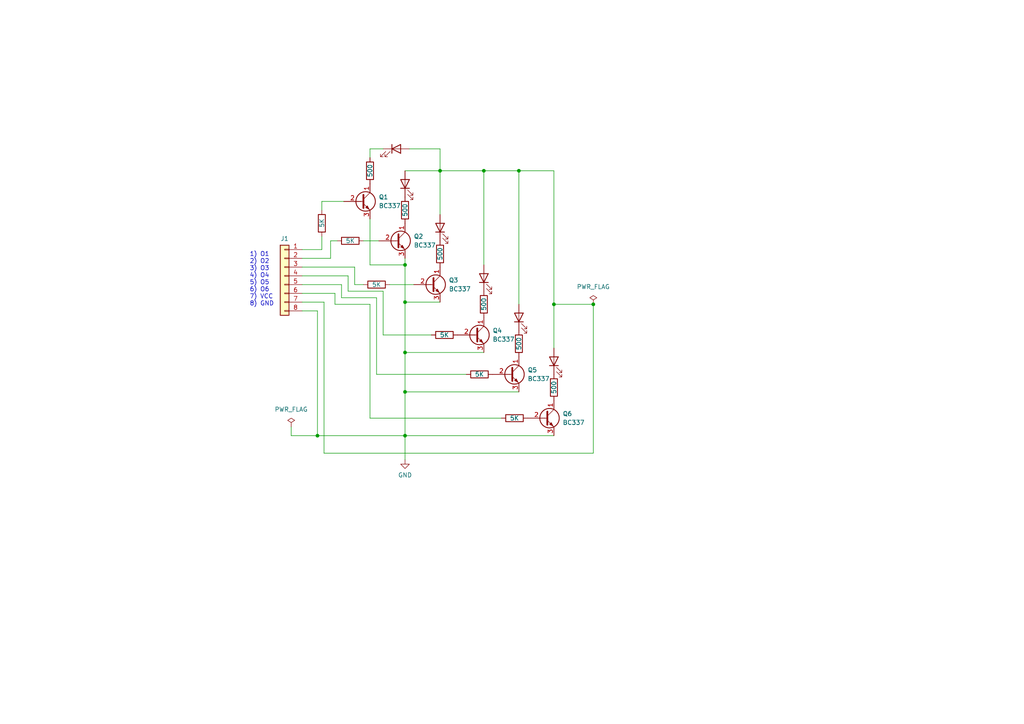
<source format=kicad_sch>
(kicad_sch (version 20211123) (generator eeschema)
  (paper "A4")
  (title_block (title "Lock key setting") (date "2023-03-27") (rev "1.0") (company "Panicosoft"))
  (lib_symbols
    (symbol "Connector_Generic:Conn_01x08" (pin_names (offset 1.016) hide)
      (property "Reference" "J" (at 0 10.16 0))
      (property "Value" "Conn_01x08" (at 0 -12.7 0))
      (symbol "Conn_01x08_1_1"
        (rectangle (start -1.27 -10.033) (end 0 -10.287) (stroke (width 0.1524)))
        (rectangle (start -1.27 -7.493) (end 0 -7.747) (stroke (width 0.1524)))
        (rectangle (start -1.27 -4.953) (end 0 -5.207) (stroke (width 0.1524)))
        (rectangle (start -1.27 -2.413) (end 0 -2.667) (stroke (width 0.1524)))
        (rectangle (start -1.27 0.127) (end 0 -0.127) (stroke (width 0.1524)))
        (rectangle (start -1.27 2.667) (end 0 2.413) (stroke (width 0.1524)))
        (rectangle (start -1.27 5.207) (end 0 4.953) (stroke (width 0.1524)))
        (rectangle (start -1.27 7.747) (end 0 7.493) (stroke (width 0.1524)))
        (rectangle (start -1.27 8.89) (end 1.27 -11.43) (stroke (width 0.254)) (fill (type background)))
        (pin passive line (at -5.08 7.62 0) (length 3.81) (name "Pin_1") (number "1"))
        (pin passive line (at -5.08 5.08 0) (length 3.81) (name "Pin_2") (number "2"))
        (pin passive line (at -5.08 2.54 0) (length 3.81) (name "Pin_3") (number "3"))
        (pin passive line (at -5.08 0 0) (length 3.81) (name "Pin_4") (number "4"))
        (pin passive line (at -5.08 -2.54 0) (length 3.81) (name "Pin_5") (number "5"))
        (pin passive line (at -5.08 -5.08 0) (length 3.81) (name "Pin_6") (number "6"))
        (pin passive line (at -5.08 -7.62 0) (length 3.81) (name "Pin_7") (number "7"))
        (pin passive line (at -5.08 -10.16 0) (length 3.81) (name "Pin_8") (number "8"))
      )
    )
    (symbol "Device:LED" (pin_numbers hide) (pin_names (offset 1.016) hide)
      (property "Reference" "D" (at 0 2.54 0))
      (property "Value" "LED" (at 0 -2.54 0))
      (symbol "LED_0_1"
        (polyline (pts (xy -1.27 -1.27) (xy -1.27 1.27)) (stroke (width 0.254)))
        (polyline (pts (xy -1.27 0) (xy 1.27 0)))
        (polyline (pts (xy 1.27 -1.27) (xy 1.27 1.27) (xy -1.27 0) (xy 1.27 -1.27)) (stroke (width 0.254)))
        (polyline (pts (xy -3.048 -0.762) (xy -4.572 -2.286) (xy -3.81 -2.286) (xy -4.572 -2.286) (xy -4.572 -1.524)))
        (polyline (pts (xy -1.778 -0.762) (xy -3.302 -2.286) (xy -2.54 -2.286) (xy -3.302 -2.286) (xy -3.302 -1.524)))
      )
      (symbol "LED_1_1"
        (pin passive line (at -3.81 0 0) (length 2.54) (name "K") (number "1"))
        (pin passive line (at 3.81 0 180) (length 2.54) (name "A") (number "2"))
      )
    )
    (symbol "Device:R" (pin_numbers hide) (pin_names (offset 0))
      (property "Reference" "R" (at 2.032 0 90))
      (property "Value" "R" (at 0 0 90))
      (symbol "R_0_1"
        (rectangle (start -1.016 -2.54) (end 1.016 2.54) (stroke (width 0.254)))
      )
      (symbol "R_1_1"
        (pin passive line (at 0 3.81 270) (length 1.27) (name "~") (number "1"))
        (pin passive line (at 0 -3.81 90) (length 1.27) (name "~") (number "2"))
      )
    )
    (symbol "Transistor_BJT:BC337" (pin_names (offset 0) hide)
      (property "Reference" "Q" (at 5.08 1.905 0))
      (property "Value" "BC337" (at 5.08 0 0))
      (symbol "BC337_0_1"
        (polyline (pts (xy 0 0) (xy 0.635 0)))
        (polyline (pts (xy 0.635 0.635) (xy 2.54 2.54)))
        (polyline (pts (xy 0.635 -0.635) (xy 2.54 -2.54) (xy 2.54 -2.54)))
        (polyline (pts (xy 0.635 1.905) (xy 0.635 -1.905) (xy 0.635 -1.905)) (stroke (width 0.508)))
        (polyline (pts (xy 1.27 -1.778) (xy 1.778 -1.27) (xy 2.286 -2.286) (xy 1.27 -1.778) (xy 1.27 -1.778)) (fill (type outline)))
        (circle (center 1.27 0) (radius 2.8194) (stroke (width 0.254)))
      )
      (symbol "BC337_1_1"
        (pin passive line (at 2.54 5.08 270) (length 2.54) (name "C") (number "1"))
        (pin input line (at -5.08 0 0) (length 5.08) (name "B") (number "2"))
        (pin passive line (at 2.54 -5.08 90) (length 2.54) (name "E") (number "3"))
      )
    )
    (symbol "power:GND" (power) (pin_names (offset 0))
      (property "Value" "GND" (at 0 -3.81 0))
      (symbol "GND_0_1"
        (polyline (pts (xy 0 0) (xy 0 -1.27) (xy 1.27 -1.27) (xy 0 -2.54) (xy -1.27 -1.27) (xy 0 -1.27)))
      )
      (symbol "GND_1_1"
        (pin power_in line (at 0 0 270) (length 0) hide (name "GND") (number "1"))
      )
    )
    (symbol "power:PWR_FLAG" (power) (pin_numbers hide) (pin_names (offset 0) hide)
      (property "Value" "PWR_FLAG" (at 0 3.81 0))
      (symbol "PWR_FLAG_0_0"
        (pin power_out line (at 0 0 90) (length 0) (name "pwr") (number "1"))
      )
      (symbol "PWR_FLAG_0_1"
        (polyline (pts (xy 0 0) (xy 0 1.27) (xy -1.016 1.905) (xy 0 2.54) (xy 1.016 1.905) (xy 0 1.27)))
      )
    )
  )
  (junction (at 117.475 113.665))
  (junction (at 150.495 49.53))
  (junction (at 172.085 88.265))
  (junction (at 117.475 102.235))
  (junction (at 140.335 49.53))
  (junction (at 160.655 88.265))
  (junction (at 117.475 126.365))
  (junction (at 117.475 76.835))
  (junction (at 92.075 126.365))
  (junction (at 117.475 87.63))
  (junction (at 127.635 49.53))
  (wire (pts (xy 84.455 126.365) (xy 84.455 123.825)))
  (wire (pts (xy 93.98 131.445) (xy 93.98 87.63)))
  (wire (pts (xy 93.345 68.58) (xy 93.345 72.39)))
  (wire (pts (xy 117.475 126.365) (xy 92.075 126.365)))
  (wire (pts (xy 117.475 102.235) (xy 140.335 102.235)))
  (wire (pts (xy 160.655 88.265) (xy 172.085 88.265)))
  (wire (pts (xy 117.475 113.665) (xy 117.475 126.365)))
  (wire (pts (xy 102.87 82.55) (xy 102.87 77.47)))
  (wire (pts (xy 118.745 43.18) (xy 127.635 43.18)))
  (wire (pts (xy 99.06 86.36) (xy 99.06 82.55)))
  (wire (pts (xy 125.095 97.155) (xy 111.125 97.155)))
  (wire (pts (xy 92.075 90.17) (xy 87.63 90.17)))
  (wire (pts (xy 100.965 84.455) (xy 100.965 80.01)))
  (wire (pts (xy 117.475 87.63) (xy 127.635 87.63)))
  (wire (pts (xy 127.635 43.18) (xy 127.635 49.53)))
  (wire (pts (xy 93.345 72.39) (xy 87.63 72.39)))
  (wire (pts (xy 140.335 49.53) (xy 150.495 49.53)))
  (wire (pts (xy 107.315 121.285) (xy 107.315 88.265)))
  (wire (pts (xy 111.125 97.155) (xy 111.125 84.455)))
  (wire (pts (xy 95.885 69.85) (xy 95.885 74.93)))
  (wire (pts (xy 100.965 80.01) (xy 87.63 80.01)))
  (wire (pts (xy 107.315 121.285) (xy 145.415 121.285)))
  (wire (pts (xy 95.885 74.93) (xy 87.63 74.93)))
  (wire (pts (xy 135.255 108.585) (xy 109.22 108.585)))
  (wire (pts (xy 102.87 77.47) (xy 87.63 77.47)))
  (wire (pts (xy 117.475 74.93) (xy 117.475 76.835)))
  (wire (pts (xy 117.475 113.665) (xy 150.495 113.665)))
  (wire (pts (xy 99.06 82.55) (xy 87.63 82.55)))
  (wire (pts (xy 97.155 88.265) (xy 97.155 85.09)))
  (wire (pts (xy 117.475 102.235) (xy 117.475 113.665)))
  (wire (pts (xy 92.075 126.365) (xy 84.455 126.365)))
  (wire (pts (xy 127.635 49.53) (xy 127.635 62.23)))
  (wire (pts (xy 107.315 88.265) (xy 97.155 88.265)))
  (wire (pts (xy 117.475 126.365) (xy 117.475 133.35)))
  (wire (pts (xy 150.495 88.265) (xy 150.495 49.53)))
  (wire (pts (xy 117.475 76.835) (xy 117.475 87.63)))
  (wire (pts (xy 92.075 126.365) (xy 92.075 90.17)))
  (wire (pts (xy 107.315 63.5) (xy 107.315 76.835)))
  (wire (pts (xy 140.335 49.53) (xy 127.635 49.53)))
  (wire (pts (xy 93.98 87.63) (xy 87.63 87.63)))
  (wire (pts (xy 97.79 69.85) (xy 95.885 69.85)))
  (wire (pts (xy 97.155 85.09) (xy 87.63 85.09)))
  (wire (pts (xy 105.41 69.85) (xy 109.855 69.85)))
  (wire (pts (xy 172.085 131.445) (xy 93.98 131.445)))
  (wire (pts (xy 99.695 58.42) (xy 93.345 58.42)))
  (wire (pts (xy 105.41 82.55) (xy 102.87 82.55)))
  (wire (pts (xy 117.475 87.63) (xy 117.475 102.235)))
  (wire (pts (xy 117.475 126.365) (xy 160.655 126.365)))
  (wire (pts (xy 160.655 88.265) (xy 160.655 49.53)))
  (wire (pts (xy 140.335 49.53) (xy 140.335 76.835)))
  (wire (pts (xy 111.125 84.455) (xy 100.965 84.455)))
  (wire (pts (xy 172.085 88.265) (xy 172.085 131.445)))
  (wire (pts (xy 109.22 108.585) (xy 109.22 86.36)))
  (wire (pts (xy 93.345 58.42) (xy 93.345 60.96)))
  (wire (pts (xy 107.315 43.18) (xy 111.125 43.18)))
  (wire (pts (xy 109.22 86.36) (xy 99.06 86.36)))
  (wire (pts (xy 127.635 49.53) (xy 117.475 49.53)))
  (wire (pts (xy 113.03 82.55) (xy 120.015 82.55)))
  (wire (pts (xy 107.315 76.835) (xy 117.475 76.835)))
  (wire (pts (xy 150.495 49.53) (xy 160.655 49.53)))
  (wire (pts (xy 107.315 43.18) (xy 107.315 45.72)))
  (wire (pts (xy 160.655 100.965) (xy 160.655 88.265)))
  (text "1) O1\n2) O2\n3) O3\n4) O4\n5) O5\n6) O6\n7) VCC\n8) GND" (at 72.39 88.9 0) (effects (font (size 1.27 1.27)) (justify left bottom)))
  (symbol (lib_id "Transistor_BJT:BC337") (at 104.775 58.42 0) (unit 1)
    (property "Reference" "Q1" (at 109.855 57.1499 0) (effects (justify left)))
    (property "Value" "BC337" (at 109.855 59.6899 0) (effects (justify left)))
    (property "Footprint" "Package_TO_SOT_THT:TO-92_Inline_Wide" (effects hide))
    (property "Datasheet" "https://diotec.com/tl_files/diotec/files/pdf/datasheets/bc337.pdf" (effects hide))
  )
  (symbol (lib_id "Device:R") (at 160.655 112.395 180) (unit 1)
    (property "Reference" "R12" (effects hide))
    (property "Value" "500" (at 160.655 114.3 90) (effects (justify right)))
    (property "Footprint" "Resistor_THT:R_Axial_DIN0207_L6.3mm_D2.5mm_P7.62mm_Horizontal" (effects hide))
  )
  (symbol (lib_id "Device:R") (at 127.635 73.66 180) (unit 1)
    (property "Reference" "R6" (effects hide))
    (property "Value" "500" (at 127.635 75.565 90) (effects (justify right)))
    (property "Footprint" "Resistor_THT:R_Axial_DIN0207_L6.3mm_D2.5mm_P7.62mm_Horizontal" (effects hide))
  )
  (symbol (lib_id "Device:R") (at 117.475 60.96 180) (unit 1)
    (property "Reference" "R5" (effects hide))
    (property "Value" "500" (at 117.475 62.865 90) (effects (justify right)))
    (property "Footprint" "Resistor_THT:R_Axial_DIN0207_L6.3mm_D2.5mm_P7.62mm_Horizontal" (effects hide))
  )
  (symbol (lib_id "power:PWR_FLAG") (at 84.455 123.825 0) (unit 1)
    (property "Reference" "#FLG0102" (effects hide))
    (property "Value" "PWR_FLAG" (at 84.455 118.745 0))
  )
  (symbol (lib_id "Transistor_BJT:BC337") (at 114.935 69.85 0) (unit 1)
    (property "Reference" "Q2" (at 120.015 68.5799 0) (effects (justify left)))
    (property "Value" "BC337" (at 120.015 71.1199 0) (effects (justify left)))
    (property "Footprint" "Package_TO_SOT_THT:TO-92_Inline_Wide" (effects hide))
    (property "Datasheet" "https://diotec.com/tl_files/diotec/files/pdf/datasheets/bc337.pdf" (effects hide))
  )
  (symbol (lib_id "Device:R") (at 149.225 121.285 90) (unit 1)
    (property "Reference" "R10" (effects hide))
    (property "Value" "5K" (at 149.225 121.285 90))
    (property "Footprint" "Resistor_THT:R_Axial_DIN0207_L6.3mm_D2.5mm_P7.62mm_Horizontal" (effects hide))
  )
  (symbol (lib_id "Device:LED") (at 140.335 80.645 90) (unit 1)
    (property "Reference" "D4" (effects hide))
    (property "Value" "LED" (effects hide))
    (property "Footprint" "Connector_PinSocket_2.54mm:PinSocket_1x02_P2.54mm_Vertical" (effects hide))
  )
  (symbol (lib_id "Device:LED") (at 127.635 66.04 90) (unit 1)
    (property "Reference" "D3" (effects hide))
    (property "Value" "LED" (effects hide))
    (property "Footprint" "Connector_PinSocket_2.54mm:PinSocket_1x02_P2.54mm_Vertical" (effects hide))
  )
  (symbol (lib_id "Transistor_BJT:BC337") (at 125.095 82.55 0) (unit 1)
    (property "Reference" "Q3" (at 130.175 81.2799 0) (effects (justify left)))
    (property "Value" "BC337" (at 130.175 83.8199 0) (effects (justify left)))
    (property "Footprint" "Package_TO_SOT_THT:TO-92_Inline_Wide" (effects hide))
    (property "Datasheet" "https://diotec.com/tl_files/diotec/files/pdf/datasheets/bc337.pdf" (effects hide))
  )
  (symbol (lib_id "power:GND") (at 117.475 133.35 0) (unit 1)
    (property "Reference" "#PWR0101" (effects hide))
    (property "Value" "GND" (at 117.475 137.795 0))
  )
  (symbol (lib_id "Transistor_BJT:BC337") (at 158.115 121.285 0) (unit 1)
    (property "Reference" "Q6" (at 163.195 120.0149 0) (effects (justify left)))
    (property "Value" "BC337" (at 163.195 122.5549 0) (effects (justify left)))
    (property "Footprint" "Package_TO_SOT_THT:TO-92_Inline_Wide" (effects hide))
    (property "Datasheet" "https://diotec.com/tl_files/diotec/files/pdf/datasheets/bc337.pdf" (effects hide))
  )
  (symbol (lib_id "Device:R") (at 93.345 64.77 0) (unit 1)
    (property "Reference" "R1" (effects hide))
    (property "Value" "5K" (at 93.345 66.04 90) (effects (justify left)))
    (property "Footprint" "Resistor_THT:R_Axial_DIN0207_L6.3mm_D2.5mm_P7.62mm_Horizontal" (effects hide))
  )
  (symbol (lib_id "Device:R") (at 150.495 99.695 180) (unit 1)
    (property "Reference" "R11" (effects hide))
    (property "Value" "500" (at 150.495 101.6 90) (effects (justify right)))
    (property "Footprint" "Resistor_THT:R_Axial_DIN0207_L6.3mm_D2.5mm_P7.62mm_Horizontal" (effects hide))
  )
  (symbol (lib_id "Device:R") (at 140.335 88.265 180) (unit 1)
    (property "Reference" "R9" (effects hide))
    (property "Value" "500" (at 140.335 90.17 90) (effects (justify right)))
    (property "Footprint" "Resistor_THT:R_Axial_DIN0207_L6.3mm_D2.5mm_P7.62mm_Horizontal" (effects hide))
  )
  (symbol (lib_id "Connector_Generic:Conn_01x08") (at 82.55 80.01 0) (mirror y) (unit 1)
    (property "Reference" "J1" (at 82.55 69.215 0))
    (property "Value" "Conn_01x08" (effects hide))
    (property "Footprint" "Connector_PinHeader_2.54mm:PinHeader_1x08_P2.54mm_Vertical" (effects hide))
  )
  (symbol (lib_id "Device:R") (at 128.905 97.155 90) (unit 1)
    (property "Reference" "R7" (effects hide))
    (property "Value" "5K" (at 128.905 97.155 90))
    (property "Footprint" "Resistor_THT:R_Axial_DIN0207_L6.3mm_D2.5mm_P7.62mm_Horizontal" (effects hide))
  )
  (symbol (lib_id "Device:LED") (at 150.495 92.075 90) (unit 1)
    (property "Reference" "D5" (effects hide))
    (property "Value" "LED" (effects hide))
    (property "Footprint" "Connector_PinSocket_2.54mm:PinSocket_1x02_P2.54mm_Vertical" (effects hide))
  )
  (symbol (lib_id "Device:LED") (at 114.935 43.18 0) (unit 1)
    (property "Reference" "D1" (effects hide))
    (property "Value" "LED" (effects hide))
    (property "Footprint" "Connector_PinSocket_2.54mm:PinSocket_1x02_P2.54mm_Vertical" (effects hide))
  )
  (symbol (lib_id "Device:LED") (at 160.655 104.775 90) (unit 1)
    (property "Reference" "D6" (effects hide))
    (property "Value" "LED" (effects hide))
    (property "Footprint" "Connector_PinSocket_2.54mm:PinSocket_1x02_P2.54mm_Vertical" (effects hide))
  )
  (symbol (lib_id "Device:R") (at 139.065 108.585 90) (unit 1)
    (property "Reference" "R8" (effects hide))
    (property "Value" "5K" (at 139.065 108.585 90))
    (property "Footprint" "Resistor_THT:R_Axial_DIN0207_L6.3mm_D2.5mm_P7.62mm_Horizontal" (effects hide))
  )
  (symbol (lib_id "Device:LED") (at 117.475 53.34 90) (unit 1)
    (property "Reference" "D2" (effects hide))
    (property "Value" "LED" (effects hide))
    (property "Footprint" "Connector_PinSocket_2.54mm:PinSocket_1x02_P2.54mm_Vertical" (effects hide))
  )
  (symbol (lib_id "Device:R") (at 107.315 49.53 180) (unit 1)
    (property "Reference" "R3" (effects hide))
    (property "Value" "500" (at 107.315 51.435 90) (effects (justify right)))
    (property "Footprint" "Resistor_THT:R_Axial_DIN0207_L6.3mm_D2.5mm_P7.62mm_Horizontal" (effects hide))
  )
  (symbol (lib_id "power:PWR_FLAG") (at 172.085 88.265 0) (unit 1)
    (property "Reference" "#FLG0101" (effects hide))
    (property "Value" "PWR_FLAG" (at 172.085 83.185 0))
  )
  (symbol (lib_id "Transistor_BJT:BC337") (at 147.955 108.585 0) (unit 1)
    (property "Reference" "Q5" (at 153.035 107.3149 0) (effects (justify left)))
    (property "Value" "BC337" (at 153.035 109.8549 0) (effects (justify left)))
    (property "Footprint" "Package_TO_SOT_THT:TO-92_Inline_Wide" (effects hide))
    (property "Datasheet" "https://diotec.com/tl_files/diotec/files/pdf/datasheets/bc337.pdf" (effects hide))
  )
  (symbol (lib_id "Device:R") (at 109.22 82.55 90) (unit 1)
    (property "Reference" "R4" (effects hide))
    (property "Value" "5K" (at 109.22 82.55 90))
    (property "Footprint" "Resistor_THT:R_Axial_DIN0207_L6.3mm_D2.5mm_P7.62mm_Horizontal" (effects hide))
  )
  (symbol (lib_id "Transistor_BJT:BC337") (at 137.795 97.155 0) (unit 1)
    (property "Reference" "Q4" (at 142.875 95.8849 0) (effects (justify left)))
    (property "Value" "BC337" (at 142.875 98.4249 0) (effects (justify left)))
    (property "Footprint" "Package_TO_SOT_THT:TO-92_Inline_Wide" (effects hide))
    (property "Datasheet" "https://diotec.com/tl_files/diotec/files/pdf/datasheets/bc337.pdf" (effects hide))
  )
  (symbol (lib_id "Device:R") (at 101.6 69.85 90) (unit 1)
    (property "Reference" "R2" (effects hide))
    (property "Value" "5K" (at 101.6 69.85 90))
    (property "Footprint" "Resistor_THT:R_Axial_DIN0207_L6.3mm_D2.5mm_P7.62mm_Horizontal" (effects hide))
  )
)
</source>
